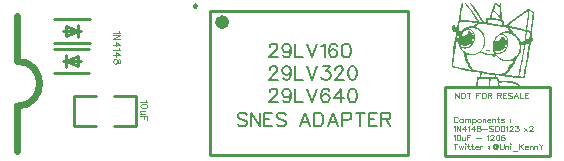
<source format=gto>
G04 Layer: TopSilkscreenLayer*
G04 EasyEDA v6.5.3, 2022-05-09 11:27:13*
G04 baffbd41b27947a08c2bb0c717e604c5,b03e5731a7a74599b12e1065cb71c7ef,10*
G04 Gerber Generator version 0.2*
G04 Scale: 100 percent, Rotated: No, Reflected: No *
G04 Dimensions in millimeters *
G04 leading zeros omitted , absolute positions ,4 integer and 5 decimal *
%FSLAX45Y45*%
%MOMM*%

%ADD10C,0.2540*%
%ADD12C,0.6096*%
%ADD15C,0.2500*%
%ADD16C,0.6000*%
%ADD17C,0.1000*%
%ADD18C,0.2032*%

%LPD*%
G36*
X5359603Y-220573D02*
G01*
X5358638Y-221640D01*
X5358993Y-223977D01*
X5360670Y-227685D01*
X5363718Y-232765D01*
X5374081Y-247700D01*
X5402478Y-286816D01*
X5442153Y-342544D01*
X5455970Y-362864D01*
X5461254Y-371602D01*
X5462066Y-373583D01*
X5462016Y-373989D01*
X5459831Y-374243D01*
X5454751Y-374091D01*
X5438952Y-372668D01*
X5404104Y-368858D01*
X5373624Y-365810D01*
X5341467Y-363270D01*
X5329428Y-363016D01*
X5324805Y-362610D01*
X5321503Y-361594D01*
X5319471Y-359664D01*
X5318455Y-356565D01*
X5318252Y-351993D01*
X5318760Y-345643D01*
X5320334Y-332841D01*
X5324348Y-305968D01*
X5334965Y-241452D01*
X5338165Y-223824D01*
X5337657Y-221894D01*
X5335727Y-221081D01*
X5332018Y-220878D01*
X5327954Y-221234D01*
X5325465Y-223520D01*
X5323586Y-229565D01*
X5319928Y-248818D01*
X5314543Y-280974D01*
X5309819Y-312013D01*
X5306669Y-335940D01*
X5305907Y-343408D01*
X5305552Y-349707D01*
X5304891Y-353669D01*
X5303824Y-357174D01*
X5301843Y-361340D01*
X5299659Y-368350D01*
X5297017Y-379171D01*
X5294172Y-392531D01*
X5290108Y-413410D01*
X5287568Y-424383D01*
X5285486Y-431596D01*
X5284165Y-433933D01*
X5282996Y-432562D01*
X5281218Y-429869D01*
X5276951Y-421792D01*
X5271770Y-413308D01*
X5265877Y-408127D01*
X5259425Y-406298D01*
X5252618Y-407873D01*
X5248046Y-410768D01*
X5244642Y-414426D01*
X5242458Y-418642D01*
X5241442Y-423367D01*
X5241493Y-428447D01*
X5242610Y-433832D01*
X5244795Y-439318D01*
X5247077Y-443331D01*
X5300421Y-443331D01*
X5300573Y-437337D01*
X5301538Y-429209D01*
X5305907Y-404317D01*
X5311444Y-374599D01*
X5334863Y-376986D01*
X5390184Y-381863D01*
X5437378Y-386943D01*
X5461457Y-389280D01*
X5450840Y-394766D01*
X5429351Y-407771D01*
X5423306Y-410362D01*
X5416651Y-411937D01*
X5402275Y-413562D01*
X5396331Y-414426D01*
X5390489Y-415543D01*
X5379364Y-418490D01*
X5373979Y-420370D01*
X5368798Y-422452D01*
X5363718Y-424789D01*
X5354015Y-430174D01*
X5349341Y-433273D01*
X5344871Y-436575D01*
X5340502Y-440131D01*
X5332120Y-448056D01*
X5317642Y-464312D01*
X5305298Y-454101D01*
X5302758Y-451154D01*
X5301132Y-447801D01*
X5300421Y-443331D01*
X5247077Y-443331D01*
X5247944Y-444855D01*
X5252110Y-450291D01*
X5257190Y-455574D01*
X5263134Y-460451D01*
X5275275Y-468325D01*
X5278272Y-471017D01*
X5279339Y-473709D01*
X5279034Y-477113D01*
X5274868Y-499618D01*
X5270347Y-526338D01*
X5265724Y-555955D01*
X5256784Y-618896D01*
X5252770Y-649630D01*
X5249367Y-678230D01*
X5246624Y-703427D01*
X5244846Y-723900D01*
X5244058Y-740206D01*
X5256631Y-740206D01*
X5257088Y-729081D01*
X5258409Y-713333D01*
X5260543Y-693470D01*
X5263388Y-670001D01*
X5266893Y-643432D01*
X5276900Y-574954D01*
X5284876Y-524865D01*
X5292801Y-477164D01*
X5301132Y-479298D01*
X5305145Y-480923D01*
X5306263Y-481634D01*
X5306466Y-483362D01*
X5305907Y-486867D01*
X5304688Y-491642D01*
X5301234Y-502615D01*
X5299913Y-508762D01*
X5298897Y-515518D01*
X5298186Y-522732D01*
X5297779Y-530250D01*
X5297627Y-537921D01*
X5297830Y-545592D01*
X5298732Y-557326D01*
X5315813Y-557326D01*
X5316524Y-557936D01*
X5320792Y-564591D01*
X5323941Y-568147D01*
X5327497Y-571296D01*
X5331409Y-574040D01*
X5335574Y-576275D01*
X5340045Y-578053D01*
X5344718Y-579374D01*
X5349544Y-580237D01*
X5354523Y-580593D01*
X5359552Y-580491D01*
X5364632Y-579882D01*
X5369712Y-578815D01*
X5374690Y-577240D01*
X5379567Y-575157D01*
X5384342Y-572566D01*
X5393385Y-566267D01*
X5397042Y-564286D01*
X5399786Y-563473D01*
X5401564Y-563880D01*
X5403037Y-564845D01*
X5402072Y-563422D01*
X5401665Y-561695D01*
X5402326Y-558901D01*
X5404053Y-555193D01*
X5409895Y-545896D01*
X5412486Y-540867D01*
X5414721Y-535686D01*
X5416550Y-530402D01*
X5417972Y-525119D01*
X5418988Y-519734D01*
X5419648Y-514400D01*
X5419902Y-509117D01*
X5419801Y-503834D01*
X5419293Y-498703D01*
X5418429Y-493674D01*
X5417210Y-488848D01*
X5415584Y-484174D01*
X5413654Y-479755D01*
X5411368Y-475589D01*
X5408676Y-471728D01*
X5405678Y-468172D01*
X5402376Y-465023D01*
X5398668Y-462229D01*
X5394706Y-459841D01*
X5389016Y-457250D01*
X5385562Y-456844D01*
X5383580Y-458825D01*
X5380329Y-469747D01*
X5377180Y-475792D01*
X5373014Y-481279D01*
X5368036Y-486206D01*
X5362448Y-490270D01*
X5356352Y-493369D01*
X5350052Y-495350D01*
X5343702Y-496062D01*
X5336438Y-495604D01*
X5331206Y-494182D01*
X5327954Y-491794D01*
X5326735Y-488391D01*
X5327497Y-483920D01*
X5330240Y-478383D01*
X5334965Y-471728D01*
X5341721Y-463956D01*
X5347970Y-457454D01*
X5353913Y-451967D01*
X5359450Y-447446D01*
X5364480Y-444042D01*
X5368848Y-441756D01*
X5372557Y-440690D01*
X5375351Y-440893D01*
X5378246Y-443331D01*
X5379872Y-444042D01*
X5381904Y-444550D01*
X5389778Y-445312D01*
X5395620Y-446989D01*
X5401513Y-449630D01*
X5407304Y-453186D01*
X5412790Y-457454D01*
X5417820Y-462432D01*
X5422341Y-467918D01*
X5426049Y-473913D01*
X5427929Y-478180D01*
X5429453Y-483260D01*
X5430570Y-489000D01*
X5431332Y-495249D01*
X5431688Y-501853D01*
X5431739Y-508711D01*
X5431383Y-515620D01*
X5430672Y-522427D01*
X5429656Y-528980D01*
X5428234Y-535178D01*
X5426506Y-540867D01*
X5424373Y-545846D01*
X5421376Y-551535D01*
X5418074Y-557022D01*
X5414721Y-562000D01*
X5411368Y-566420D01*
X5408218Y-570026D01*
X5405424Y-572617D01*
X5403138Y-573989D01*
X5401564Y-573989D01*
X5400751Y-573684D01*
X5400192Y-573887D01*
X5399938Y-574497D01*
X5400040Y-575513D01*
X5397652Y-579678D01*
X5391150Y-585012D01*
X5383530Y-589330D01*
X5377840Y-590702D01*
X5376316Y-590499D01*
X5375300Y-590600D01*
X5374792Y-591007D01*
X5374894Y-591667D01*
X5374589Y-592836D01*
X5372303Y-593852D01*
X5368544Y-594614D01*
X5363768Y-595122D01*
X5358384Y-595376D01*
X5352897Y-595274D01*
X5347665Y-594817D01*
X5343245Y-593953D01*
X5336946Y-592124D01*
X5331917Y-590042D01*
X5327853Y-587654D01*
X5324602Y-584606D01*
X5322062Y-580796D01*
X5319979Y-575970D01*
X5318201Y-569976D01*
X5315864Y-558800D01*
X5315813Y-557326D01*
X5298732Y-557326D01*
X5300116Y-567080D01*
X5301488Y-573227D01*
X5303164Y-578662D01*
X5305806Y-585520D01*
X5308701Y-592023D01*
X5313505Y-601116D01*
X5330139Y-601116D01*
X5333492Y-600659D01*
X5347512Y-603758D01*
X5352796Y-604316D01*
X5358079Y-604418D01*
X5363362Y-604062D01*
X5368594Y-603300D01*
X5373827Y-602030D01*
X5378958Y-600405D01*
X5383987Y-598373D01*
X5388914Y-595985D01*
X5393740Y-593242D01*
X5398414Y-590143D01*
X5402986Y-586689D01*
X5407355Y-582980D01*
X5411520Y-578967D01*
X5415534Y-574700D01*
X5419293Y-570128D01*
X5422798Y-565353D01*
X5426100Y-560374D01*
X5429097Y-555193D01*
X5431790Y-549808D01*
X5434228Y-544271D01*
X5436311Y-538581D01*
X5438038Y-532739D01*
X5439460Y-526796D01*
X5440476Y-520750D01*
X5441137Y-514654D01*
X5441340Y-508457D01*
X5441137Y-502259D01*
X5440324Y-494487D01*
X5438952Y-487121D01*
X5436971Y-480161D01*
X5434482Y-473608D01*
X5431434Y-467512D01*
X5427878Y-461873D01*
X5423814Y-456692D01*
X5419242Y-452018D01*
X5414213Y-447852D01*
X5408726Y-444195D01*
X5402783Y-441096D01*
X5389981Y-436372D01*
X5387086Y-434898D01*
X5387289Y-433832D01*
X5390134Y-432765D01*
X5393893Y-431901D01*
X5398414Y-431342D01*
X5409336Y-430936D01*
X5421579Y-431546D01*
X5433872Y-433019D01*
X5444896Y-435203D01*
X5449570Y-436575D01*
X5453430Y-438048D01*
X5458358Y-440486D01*
X5463133Y-443230D01*
X5467705Y-446176D01*
X5472176Y-449376D01*
X5480507Y-456488D01*
X5484368Y-460349D01*
X5488076Y-464464D01*
X5491530Y-468680D01*
X5497931Y-477723D01*
X5503418Y-487375D01*
X5505856Y-492404D01*
X5508040Y-497535D01*
X5511698Y-508101D01*
X5513171Y-513486D01*
X5515305Y-524510D01*
X5516016Y-530098D01*
X5516422Y-535686D01*
X5516575Y-541324D01*
X5516016Y-552602D01*
X5515305Y-558241D01*
X5514340Y-563829D01*
X5513019Y-569417D01*
X5511393Y-575106D01*
X5509514Y-580644D01*
X5507431Y-585978D01*
X5505145Y-591108D01*
X5502656Y-596036D01*
X5497068Y-605332D01*
X5490768Y-613816D01*
X5487365Y-617778D01*
X5480151Y-624992D01*
X5472379Y-631393D01*
X5464098Y-636879D01*
X5459831Y-639318D01*
X5451043Y-643483D01*
X5441899Y-646734D01*
X5432552Y-649071D01*
X5427827Y-649884D01*
X5418277Y-650748D01*
X5413451Y-650849D01*
X5403850Y-650290D01*
X5394299Y-648716D01*
X5384850Y-646125D01*
X5380177Y-644448D01*
X5371033Y-640334D01*
X5366562Y-637844D01*
X5357876Y-632104D01*
X5353710Y-628853D01*
X5349595Y-625297D01*
X5345633Y-621487D01*
X5338013Y-613003D01*
X5331764Y-604926D01*
X5330139Y-601116D01*
X5313505Y-601116D01*
X5315153Y-604012D01*
X5318861Y-609650D01*
X5322874Y-615086D01*
X5327243Y-620471D01*
X5338470Y-632866D01*
X5342280Y-638962D01*
X5344769Y-646633D01*
X5346819Y-657199D01*
X5369204Y-657199D01*
X5369255Y-653694D01*
X5370322Y-652576D01*
X5372506Y-653084D01*
X5378399Y-655167D01*
X5384393Y-656844D01*
X5390438Y-658164D01*
X5396585Y-659079D01*
X5402732Y-659688D01*
X5408879Y-659892D01*
X5415026Y-659790D01*
X5421172Y-659333D01*
X5427319Y-658520D01*
X5433364Y-657352D01*
X5439359Y-655878D01*
X5445302Y-654050D01*
X5451094Y-651916D01*
X5456834Y-649427D01*
X5462371Y-646633D01*
X5467807Y-643483D01*
X5473039Y-640080D01*
X5478119Y-636320D01*
X5482996Y-632256D01*
X5487670Y-627888D01*
X5495442Y-619455D01*
X5502249Y-610463D01*
X5508244Y-601065D01*
X5513273Y-591261D01*
X5517438Y-581202D01*
X5520690Y-570839D01*
X5522010Y-565607D01*
X5523992Y-555040D01*
X5525058Y-544372D01*
X5525312Y-533654D01*
X5525160Y-528320D01*
X5524144Y-517753D01*
X5522315Y-507288D01*
X5519674Y-497078D01*
X5516168Y-487121D01*
X5511901Y-477469D01*
X5506872Y-468274D01*
X5500979Y-459536D01*
X5494375Y-451358D01*
X5490768Y-447446D01*
X5482996Y-440182D01*
X5478830Y-436778D01*
X5469940Y-430580D01*
X5465216Y-427786D01*
X5444185Y-417169D01*
X5457037Y-407416D01*
X5465165Y-401726D01*
X5468874Y-399491D01*
X5472480Y-397713D01*
X5476189Y-396290D01*
X5480151Y-395224D01*
X5484418Y-394563D01*
X5489244Y-394258D01*
X5494629Y-394258D01*
X5507837Y-395224D01*
X5525211Y-397357D01*
X5563666Y-402793D01*
X5626715Y-412445D01*
X5720689Y-412445D01*
X5720842Y-410667D01*
X5747969Y-389839D01*
X5860389Y-305257D01*
X5886246Y-286207D01*
X5886348Y-288442D01*
X5884875Y-300024D01*
X5875578Y-399338D01*
X5872683Y-426059D01*
X5870600Y-441198D01*
X5870012Y-443382D01*
X5881420Y-443382D01*
X5886399Y-394817D01*
X5892850Y-325983D01*
X5895136Y-299516D01*
X5896051Y-286562D01*
X5897118Y-286258D01*
X5900013Y-287020D01*
X5909360Y-290830D01*
X5920079Y-296214D01*
X5924753Y-298958D01*
X5928360Y-301396D01*
X5927902Y-310591D01*
X5925667Y-333705D01*
X5922264Y-365150D01*
X5913221Y-441858D01*
X5911951Y-449732D01*
X5909310Y-453390D01*
X5903468Y-453491D01*
X5892596Y-450951D01*
X5886805Y-449224D01*
X5883351Y-447598D01*
X5881674Y-445770D01*
X5881420Y-443382D01*
X5870012Y-443382D01*
X5869940Y-443585D01*
X5866180Y-443331D01*
X5843219Y-439064D01*
X5780532Y-426008D01*
X5734608Y-416814D01*
X5724855Y-414375D01*
X5720689Y-412445D01*
X5626715Y-412445D01*
X5678271Y-421030D01*
X5696661Y-424434D01*
X5703925Y-426059D01*
X5709564Y-428447D01*
X5713567Y-431495D01*
X5734659Y-431495D01*
X5774893Y-439369D01*
X5864047Y-458520D01*
X5865926Y-459435D01*
X5867095Y-461111D01*
X5867654Y-464159D01*
X5867603Y-468985D01*
X5865876Y-486105D01*
X5861151Y-524205D01*
X5860338Y-529437D01*
X5859342Y-533806D01*
X5869736Y-533806D01*
X5871819Y-521055D01*
X5874004Y-503834D01*
X5877407Y-474167D01*
X5878525Y-468579D01*
X5879947Y-465175D01*
X5882030Y-463600D01*
X5885027Y-463448D01*
X5906820Y-469138D01*
X5907836Y-470611D01*
X5908090Y-474319D01*
X5907582Y-480466D01*
X5906363Y-489407D01*
X5904941Y-496722D01*
X5903010Y-503174D01*
X5900521Y-508863D01*
X5897372Y-513943D01*
X5893460Y-518515D01*
X5888736Y-522681D01*
X5883097Y-526592D01*
X5869736Y-533806D01*
X5859342Y-533806D01*
X5858408Y-536702D01*
X5857189Y-539089D01*
X5855716Y-540867D01*
X5853887Y-542290D01*
X5848756Y-544779D01*
X5836158Y-550113D01*
X5830976Y-551688D01*
X5828690Y-550976D01*
X5828131Y-548284D01*
X5827826Y-544982D01*
X5826810Y-541223D01*
X5825236Y-537006D01*
X5823102Y-532434D01*
X5820511Y-527558D01*
X5814060Y-517296D01*
X5806389Y-506831D01*
X5797956Y-496824D01*
X5789218Y-487832D01*
X5784850Y-483920D01*
X5780633Y-480517D01*
X5771083Y-474065D01*
X5766308Y-470357D01*
X5762701Y-467055D01*
X5760770Y-464566D01*
X5758942Y-461619D01*
X5751423Y-451561D01*
X5734659Y-431495D01*
X5713567Y-431495D01*
X5715101Y-432663D01*
X5721400Y-439775D01*
X5736234Y-459892D01*
X5708294Y-459079D01*
X5696966Y-459790D01*
X5691378Y-460552D01*
X5680608Y-462788D01*
X5670194Y-466039D01*
X5665165Y-467969D01*
X5655411Y-472541D01*
X5650738Y-475081D01*
X5641797Y-480872D01*
X5633364Y-487375D01*
X5625592Y-494588D01*
X5618429Y-502412D01*
X5611926Y-510793D01*
X5606135Y-519734D01*
X5601106Y-529082D01*
X5596890Y-538886D01*
X5595061Y-543915D01*
X5592064Y-554228D01*
X5589981Y-564845D01*
X5588863Y-575614D01*
X5588609Y-581101D01*
X5588965Y-592124D01*
X5589473Y-597662D01*
X5590286Y-603250D01*
X5592337Y-612952D01*
X5603290Y-612952D01*
X5614009Y-618947D01*
X5618327Y-621080D01*
X5622645Y-622757D01*
X5626912Y-624027D01*
X5631230Y-624840D01*
X5635498Y-625246D01*
X5639714Y-625246D01*
X5643880Y-624890D01*
X5647994Y-624179D01*
X5652058Y-623112D01*
X5656021Y-621690D01*
X5659882Y-620014D01*
X5663641Y-617982D01*
X5667298Y-615696D01*
X5670854Y-613156D01*
X5677509Y-607364D01*
X5683504Y-600710D01*
X5686298Y-597103D01*
X5691225Y-589432D01*
X5695289Y-581253D01*
X5697016Y-577037D01*
X5699658Y-568350D01*
X5700623Y-563930D01*
X5701284Y-559511D01*
X5701690Y-555040D01*
X5701538Y-546201D01*
X5700979Y-541782D01*
X5700115Y-537464D01*
X5698947Y-533196D01*
X5697372Y-529031D01*
X5695442Y-525018D01*
X5693156Y-521055D01*
X5690514Y-517296D01*
X5687466Y-513638D01*
X5683961Y-510184D01*
X5675884Y-503682D01*
X5669838Y-500989D01*
X5665724Y-502158D01*
X5663488Y-507136D01*
X5661863Y-512419D01*
X5659272Y-517550D01*
X5655868Y-522376D01*
X5651804Y-526846D01*
X5647232Y-530860D01*
X5642254Y-534314D01*
X5637072Y-537108D01*
X5631840Y-539191D01*
X5626658Y-540461D01*
X5621680Y-540766D01*
X5617108Y-540105D01*
X5612993Y-538276D01*
X5611876Y-536702D01*
X5611876Y-534314D01*
X5612892Y-531164D01*
X5614771Y-527456D01*
X5617464Y-523341D01*
X5620715Y-518871D01*
X5628741Y-509625D01*
X5637733Y-500786D01*
X5642254Y-496874D01*
X5646724Y-493471D01*
X5650890Y-490677D01*
X5654700Y-488696D01*
X5657951Y-487629D01*
X5660593Y-487629D01*
X5677408Y-491083D01*
X5679948Y-492048D01*
X5681421Y-493014D01*
X5681624Y-493928D01*
X5681370Y-494639D01*
X5681624Y-495046D01*
X5682335Y-495096D01*
X5683453Y-494792D01*
X5685332Y-494944D01*
X5688025Y-496214D01*
X5691174Y-498348D01*
X5694527Y-501243D01*
X5698134Y-505104D01*
X5701334Y-509219D01*
X5704179Y-513638D01*
X5706618Y-518261D01*
X5708700Y-523087D01*
X5710428Y-528116D01*
X5711748Y-533298D01*
X5712714Y-538632D01*
X5713323Y-544017D01*
X5713577Y-549554D01*
X5713476Y-555091D01*
X5713069Y-560679D01*
X5712307Y-566318D01*
X5709818Y-577392D01*
X5708091Y-582879D01*
X5706059Y-588264D01*
X5703671Y-593496D01*
X5701030Y-598576D01*
X5698134Y-603504D01*
X5694883Y-608228D01*
X5691378Y-612749D01*
X5687618Y-617016D01*
X5683554Y-620979D01*
X5679236Y-624687D01*
X5674664Y-628040D01*
X5669838Y-631037D01*
X5664758Y-633679D01*
X5659475Y-635812D01*
X5653836Y-637590D01*
X5648096Y-638860D01*
X5642406Y-639724D01*
X5636869Y-640080D01*
X5631738Y-639978D01*
X5627116Y-639318D01*
X5623204Y-638149D01*
X5617718Y-636168D01*
X5614466Y-635558D01*
X5612180Y-634288D01*
X5609336Y-630377D01*
X5606643Y-624992D01*
X5604713Y-619201D01*
X5603290Y-612952D01*
X5592337Y-612952D01*
X5594299Y-619912D01*
X5601004Y-638657D01*
X5602122Y-642620D01*
X5602274Y-645210D01*
X5601512Y-646785D01*
X5599684Y-647750D01*
X5592876Y-648868D01*
X5587441Y-649528D01*
X5581700Y-649935D01*
X5575706Y-650087D01*
X5563209Y-649630D01*
X5550306Y-648208D01*
X5537250Y-645871D01*
X5524500Y-642620D01*
X5509310Y-637794D01*
X5501741Y-635609D01*
X5496407Y-634390D01*
X5494070Y-634288D01*
X5493258Y-635863D01*
X5493664Y-637590D01*
X5495137Y-639470D01*
X5497576Y-641451D01*
X5500878Y-643483D01*
X5504942Y-645566D01*
X5509666Y-647649D01*
X5522087Y-652018D01*
X5619699Y-652018D01*
X5620054Y-649935D01*
X5621883Y-648766D01*
X5625236Y-648411D01*
X5635498Y-649274D01*
X5641289Y-649020D01*
X5647385Y-648106D01*
X5653633Y-646582D01*
X5659983Y-644499D01*
X5666333Y-641858D01*
X5672531Y-638708D01*
X5678576Y-635152D01*
X5684367Y-631190D01*
X5689752Y-626821D01*
X5694680Y-622198D01*
X5699099Y-617220D01*
X5703011Y-612089D01*
X5706516Y-606704D01*
X5709666Y-601218D01*
X5712510Y-595528D01*
X5714949Y-589788D01*
X5718759Y-578002D01*
X5720130Y-572008D01*
X5721146Y-566064D01*
X5721858Y-560070D01*
X5722213Y-554177D01*
X5722213Y-548284D01*
X5721908Y-542493D01*
X5721248Y-536854D01*
X5720283Y-531317D01*
X5719013Y-525932D01*
X5717438Y-520750D01*
X5715508Y-515772D01*
X5713272Y-511048D01*
X5710732Y-506526D01*
X5707938Y-502361D01*
X5704789Y-498500D01*
X5701385Y-494944D01*
X5697626Y-491743D01*
X5693613Y-488950D01*
X5689346Y-486562D01*
X5684774Y-484632D01*
X5676341Y-482041D01*
X5674258Y-480872D01*
X5673598Y-479755D01*
X5674156Y-478688D01*
X5675884Y-477621D01*
X5678627Y-476656D01*
X5682183Y-475742D01*
X5691327Y-474319D01*
X5702249Y-473506D01*
X5713882Y-473506D01*
X5719622Y-473862D01*
X5725109Y-474472D01*
X5730240Y-475335D01*
X5737860Y-477164D01*
X5745073Y-479501D01*
X5751982Y-482346D01*
X5758637Y-485749D01*
X5765088Y-489661D01*
X5771388Y-494182D01*
X5777636Y-499364D01*
X5783834Y-505206D01*
X5787948Y-509524D01*
X5791809Y-513994D01*
X5795416Y-518566D01*
X5798769Y-523240D01*
X5804662Y-532942D01*
X5809488Y-542950D01*
X5813247Y-553262D01*
X5816041Y-563727D01*
X5817768Y-574344D01*
X5818276Y-579678D01*
X5818530Y-590397D01*
X5817819Y-601014D01*
X5816092Y-611530D01*
X5813450Y-621792D01*
X5809843Y-631850D01*
X5805271Y-641553D01*
X5799785Y-650849D01*
X5796737Y-655320D01*
X5789879Y-663854D01*
X5782157Y-671779D01*
X5773521Y-679043D01*
X5764022Y-685596D01*
X5753658Y-691337D01*
X5743041Y-696315D01*
X5738825Y-697890D01*
X5734659Y-698906D01*
X5730087Y-699566D01*
X5724550Y-699922D01*
X5708802Y-700074D01*
X5700725Y-699922D01*
X5693156Y-699414D01*
X5686094Y-698500D01*
X5679389Y-697230D01*
X5673039Y-695502D01*
X5666994Y-693318D01*
X5661152Y-690676D01*
X5655462Y-687527D01*
X5649874Y-683869D01*
X5644337Y-679653D01*
X5638800Y-674878D01*
X5633161Y-669493D01*
X5627522Y-663651D01*
X5623458Y-658825D01*
X5620816Y-654964D01*
X5619699Y-652018D01*
X5522087Y-652018D01*
X5532780Y-655015D01*
X5545378Y-657606D01*
X5551525Y-658520D01*
X5557469Y-659079D01*
X5571134Y-659485D01*
X5574876Y-660146D01*
X5587949Y-660146D01*
X5589574Y-658266D01*
X5596483Y-656285D01*
X5602376Y-655218D01*
X5606440Y-655167D01*
X5607964Y-656183D01*
X5606694Y-659130D01*
X5603544Y-662432D01*
X5599633Y-665175D01*
X5596178Y-666242D01*
X5592165Y-665226D01*
X5589117Y-662838D01*
X5587949Y-660146D01*
X5574876Y-660146D01*
X5576316Y-660400D01*
X5580176Y-662584D01*
X5584139Y-666546D01*
X5590489Y-671830D01*
X5597042Y-673862D01*
X5603392Y-672642D01*
X5609082Y-668172D01*
X5614009Y-662482D01*
X5631027Y-679399D01*
X5638596Y-685698D01*
X5642610Y-688644D01*
X5651398Y-694182D01*
X5661202Y-699414D01*
X5681370Y-709422D01*
X5717336Y-709371D01*
X5729528Y-708914D01*
X5734405Y-708507D01*
X5742482Y-707186D01*
X5757621Y-702411D01*
X5760466Y-701954D01*
X5761888Y-702157D01*
X5762396Y-704291D01*
X5761634Y-707999D01*
X5759805Y-712724D01*
X5757214Y-717905D01*
X5754166Y-723138D01*
X5750915Y-727811D01*
X5747715Y-731469D01*
X5744870Y-733602D01*
X5739739Y-736346D01*
X5735269Y-739444D01*
X5731459Y-742950D01*
X5728309Y-746810D01*
X5725871Y-751078D01*
X5724042Y-755802D01*
X5722874Y-760933D01*
X5722366Y-766521D01*
X5721756Y-769569D01*
X5720334Y-773074D01*
X5718098Y-776986D01*
X5715152Y-781151D01*
X5711545Y-785520D01*
X5707430Y-790041D01*
X5702858Y-794613D01*
X5697880Y-799084D01*
X5692597Y-803452D01*
X5687060Y-807618D01*
X5681370Y-811479D01*
X5675680Y-814984D01*
X5662828Y-822299D01*
X5568645Y-809498D01*
X5521706Y-802894D01*
X5486501Y-797661D01*
X5461304Y-793394D01*
X5444439Y-789889D01*
X5438546Y-788314D01*
X5434126Y-786790D01*
X5430977Y-785317D01*
X5428792Y-783844D01*
X5423763Y-778205D01*
X5415534Y-767689D01*
X5407609Y-756259D01*
X5400192Y-744220D01*
X5393334Y-731774D01*
X5387136Y-719023D01*
X5381701Y-706221D01*
X5377129Y-693521D01*
X5375148Y-687324D01*
X5372049Y-675182D01*
X5369966Y-663752D01*
X5369204Y-657199D01*
X5346819Y-657199D01*
X5348122Y-664108D01*
X5350662Y-675436D01*
X5353812Y-686663D01*
X5357520Y-697839D01*
X5361736Y-708863D01*
X5366461Y-719734D01*
X5371744Y-730402D01*
X5377535Y-740867D01*
X5383784Y-751128D01*
X5390489Y-761085D01*
X5398719Y-772261D01*
X5401868Y-776935D01*
X5403392Y-780135D01*
X5403189Y-781964D01*
X5401056Y-782675D01*
X5396839Y-782421D01*
X5390388Y-781304D01*
X5320487Y-767334D01*
X5286959Y-759968D01*
X5265420Y-754684D01*
X5260340Y-753160D01*
X5257749Y-751128D01*
X5256784Y-747217D01*
X5256631Y-740206D01*
X5244058Y-740206D01*
X5243728Y-762812D01*
X5268112Y-769162D01*
X5286095Y-773277D01*
X5337708Y-783996D01*
X5382006Y-792530D01*
X5435092Y-802030D01*
X5462879Y-806551D01*
X5481167Y-809955D01*
X5481370Y-811580D01*
X5480964Y-821334D01*
X5478729Y-845819D01*
X5491530Y-845819D01*
X5495391Y-817473D01*
X5496661Y-814222D01*
X5499049Y-813308D01*
X5577738Y-824382D01*
X5690260Y-824382D01*
X5707837Y-812647D01*
X5714796Y-807720D01*
X5720842Y-802894D01*
X5725261Y-798728D01*
X5727395Y-795782D01*
X5728970Y-792835D01*
X5731713Y-788771D01*
X5735320Y-783996D01*
X5744057Y-773430D01*
X5749493Y-766368D01*
X5768340Y-739140D01*
X5774232Y-731570D01*
X5776214Y-728675D01*
X5778855Y-723341D01*
X5781954Y-716381D01*
X5788101Y-700633D01*
X5790641Y-693369D01*
X5792368Y-687527D01*
X5793028Y-683869D01*
X5793790Y-681786D01*
X5795822Y-678332D01*
X5798820Y-674065D01*
X5805982Y-665073D01*
X5809284Y-660552D01*
X5815279Y-651002D01*
X5820460Y-640842D01*
X5824829Y-630275D01*
X5826658Y-624840D01*
X5829655Y-613816D01*
X5831687Y-602640D01*
X5832703Y-591464D01*
X5832856Y-570941D01*
X5850991Y-568706D01*
X5852109Y-568960D01*
X5853074Y-569925D01*
X5853684Y-571398D01*
X5853938Y-573278D01*
X5852871Y-583387D01*
X5837326Y-680770D01*
X5828487Y-726948D01*
X5821680Y-760780D01*
X5813602Y-798118D01*
X5807760Y-823315D01*
X5803688Y-838149D01*
X5815025Y-838149D01*
X5815330Y-835761D01*
X5818581Y-820521D01*
X5825591Y-791006D01*
X5832398Y-760374D01*
X5837529Y-735279D01*
X5842508Y-708812D01*
X5847588Y-680262D01*
X5860999Y-598424D01*
X5863640Y-583793D01*
X5865825Y-574446D01*
X5866841Y-571347D01*
X5867908Y-569112D01*
X5869025Y-567588D01*
X5870244Y-566572D01*
X5871667Y-565912D01*
X5885434Y-562660D01*
X5891276Y-561695D01*
X5894882Y-561746D01*
X5896102Y-562813D01*
X5888990Y-608736D01*
X5879439Y-668121D01*
X5867958Y-736447D01*
X5858052Y-791057D01*
X5853988Y-811936D01*
X5850636Y-827786D01*
X5848045Y-838149D01*
X5847080Y-841044D01*
X5846368Y-842365D01*
X5841288Y-842111D01*
X5820156Y-839317D01*
X5815025Y-838149D01*
X5803646Y-838250D01*
X5795822Y-837641D01*
X5709869Y-827328D01*
X5697728Y-825652D01*
X5690260Y-824382D01*
X5577738Y-824382D01*
X5605627Y-828294D01*
X5605627Y-845819D01*
X5469636Y-845819D01*
X5464962Y-846023D01*
X5462016Y-846836D01*
X5460238Y-848410D01*
X5459222Y-851052D01*
X5456021Y-870305D01*
X5451195Y-901700D01*
X5448706Y-919530D01*
X5449214Y-919886D01*
X5452821Y-920343D01*
X5462117Y-920445D01*
X5467756Y-882142D01*
X5470347Y-866038D01*
X5471058Y-862736D01*
X5471820Y-861974D01*
X5473649Y-861314D01*
X5481218Y-860450D01*
X5494782Y-859942D01*
X5558790Y-859790D01*
X5558891Y-906678D01*
X5559450Y-915822D01*
X5560771Y-919632D01*
X5563158Y-920445D01*
X5565597Y-919581D01*
X5567121Y-915568D01*
X5568188Y-906424D01*
X5570931Y-859637D01*
X5623204Y-860958D01*
X5630621Y-896619D01*
X5634177Y-912215D01*
X5635548Y-916432D01*
X5636920Y-918870D01*
X5638444Y-920089D01*
X5640374Y-920394D01*
X5649468Y-920445D01*
X5646318Y-904087D01*
X5645658Y-897229D01*
X5645912Y-895908D01*
X5648198Y-895299D01*
X5661507Y-893419D01*
X5676595Y-891895D01*
X5688888Y-891540D01*
X5701944Y-891895D01*
X5715508Y-892911D01*
X5729173Y-894486D01*
X5742635Y-896619D01*
X5755538Y-899160D01*
X5767578Y-902055D01*
X5778296Y-905306D01*
X5783122Y-906983D01*
X5791352Y-910590D01*
X5794705Y-912418D01*
X5797499Y-914298D01*
X5799683Y-916178D01*
X5801207Y-918057D01*
X5802782Y-918971D01*
X5806084Y-919734D01*
X5810554Y-920242D01*
X5815787Y-920445D01*
X5823254Y-920343D01*
X5826658Y-919835D01*
X5826810Y-918413D01*
X5824524Y-915619D01*
X5821375Y-912469D01*
X5817819Y-909370D01*
X5813907Y-906322D01*
X5804865Y-900531D01*
X5799886Y-897788D01*
X5788964Y-892708D01*
X5783072Y-890320D01*
X5770676Y-886053D01*
X5757468Y-882446D01*
X5743702Y-879551D01*
X5732475Y-877925D01*
X5721807Y-877163D01*
X5708954Y-876757D01*
X5680964Y-876808D01*
X5667908Y-877316D01*
X5656834Y-878027D01*
X5648807Y-879043D01*
X5643422Y-880110D01*
X5641543Y-878840D01*
X5640070Y-874928D01*
X5635853Y-855065D01*
X5633720Y-848614D01*
X5630976Y-846175D01*
X5622798Y-845566D01*
X5620766Y-844499D01*
X5619851Y-842010D01*
X5619699Y-837437D01*
X5619800Y-832662D01*
X5620766Y-830326D01*
X5623407Y-829818D01*
X5656529Y-834136D01*
X5732068Y-843229D01*
X5789879Y-849934D01*
X5836716Y-855065D01*
X5856122Y-857503D01*
X5860338Y-842822D01*
X5863488Y-829868D01*
X5867298Y-812292D01*
X5871616Y-790854D01*
X5881268Y-738987D01*
X5886348Y-709930D01*
X5893968Y-664413D01*
X5907633Y-576275D01*
X5910275Y-562406D01*
X5912510Y-553974D01*
X5913577Y-551586D01*
X5914593Y-550265D01*
X5922111Y-543915D01*
X5927293Y-538175D01*
X5930239Y-532790D01*
X5931204Y-527558D01*
X5930036Y-521766D01*
X5927039Y-516077D01*
X5923127Y-511759D01*
X5918250Y-509625D01*
X5917742Y-508508D01*
X5917641Y-506882D01*
X5919012Y-498551D01*
X5925007Y-453440D01*
X5932830Y-389737D01*
X5938977Y-336397D01*
X5940653Y-318109D01*
X5941263Y-307136D01*
X5941212Y-299415D01*
X5940602Y-295503D01*
X5937859Y-292912D01*
X5932068Y-288798D01*
X5924042Y-283718D01*
X5914644Y-278282D01*
X5900826Y-270662D01*
X5893206Y-267208D01*
X5889091Y-267055D01*
X5864352Y-286004D01*
X5805220Y-330352D01*
X5746496Y-373837D01*
X5705246Y-404012D01*
X5698134Y-408940D01*
X5696153Y-409346D01*
X5690006Y-409295D01*
X5678728Y-407314D01*
X5682030Y-396494D01*
X5684875Y-385114D01*
X5685028Y-377342D01*
X5682183Y-371856D01*
X5676087Y-367334D01*
X5672328Y-364998D01*
X5669483Y-362559D01*
X5667349Y-359460D01*
X5665876Y-355193D01*
X5664962Y-349300D01*
X5664454Y-341223D01*
X5664149Y-306933D01*
X5663590Y-278841D01*
X5662879Y-257352D01*
X5661101Y-220878D01*
X5654446Y-220878D01*
X5650788Y-221132D01*
X5648756Y-222300D01*
X5647944Y-225196D01*
X5647791Y-240131D01*
X5637174Y-230378D01*
X5631129Y-225145D01*
X5626506Y-222300D01*
X5621883Y-221234D01*
X5615686Y-221335D01*
X5604814Y-222046D01*
X5584962Y-279501D01*
X5599988Y-279501D01*
X5606288Y-259689D01*
X5611012Y-245871D01*
X5617768Y-227634D01*
X5646623Y-254304D01*
X5647944Y-256082D01*
X5648858Y-258368D01*
X5649417Y-261518D01*
X5649772Y-265988D01*
X5649823Y-280517D01*
X5648960Y-325272D01*
X5599988Y-279501D01*
X5584962Y-279501D01*
X5564174Y-339191D01*
X5561584Y-343763D01*
X5560156Y-344576D01*
X5577535Y-344576D01*
X5580024Y-335940D01*
X5585663Y-319024D01*
X5593892Y-295960D01*
X5595213Y-293014D01*
X5596839Y-292811D01*
X5600192Y-294741D01*
X5605018Y-298551D01*
X5637580Y-329082D01*
X5642000Y-333603D01*
X5645708Y-338328D01*
X5648706Y-343052D01*
X5650788Y-347370D01*
X5651855Y-351028D01*
X5651855Y-353771D01*
X5650534Y-355193D01*
X5647893Y-355092D01*
X5637987Y-352552D01*
X5626404Y-350418D01*
X5613450Y-348742D01*
X5583936Y-346100D01*
X5579262Y-345287D01*
X5577535Y-344576D01*
X5560156Y-344576D01*
X5558282Y-345643D01*
X5541213Y-347319D01*
X5537708Y-348183D01*
X5535371Y-349707D01*
X5533948Y-352044D01*
X5533288Y-355498D01*
X5533034Y-360273D01*
X5533034Y-378307D01*
X5547004Y-378307D01*
X5547258Y-368350D01*
X5547868Y-364185D01*
X5548782Y-361289D01*
X5550001Y-359918D01*
X5552033Y-359511D01*
X5560568Y-359206D01*
X5573420Y-359613D01*
X5588762Y-360578D01*
X5604662Y-361899D01*
X5619242Y-363575D01*
X5635498Y-366420D01*
X5644692Y-368655D01*
X5652820Y-371144D01*
X5659729Y-373837D01*
X5665216Y-376580D01*
X5669229Y-379425D01*
X5671464Y-382219D01*
X5671870Y-384911D01*
X5669076Y-396290D01*
X5666486Y-402336D01*
X5662980Y-404418D01*
X5657494Y-403910D01*
X5618378Y-397560D01*
X5561076Y-388874D01*
X5554573Y-387553D01*
X5550458Y-386080D01*
X5548172Y-384251D01*
X5547207Y-381762D01*
X5547004Y-378307D01*
X5533034Y-378307D01*
X5533034Y-384149D01*
X5526582Y-384098D01*
X5522772Y-383336D01*
X5519013Y-380441D01*
X5514238Y-374243D01*
X5501284Y-354380D01*
X5472125Y-311353D01*
X5437428Y-261315D01*
X5414162Y-228752D01*
X5409996Y-223926D01*
X5407202Y-222046D01*
X5404104Y-221234D01*
X5400344Y-221284D01*
X5393080Y-222046D01*
X5434990Y-280924D01*
X5454446Y-308762D01*
X5471820Y-334111D01*
X5485942Y-355193D01*
X5495645Y-370332D01*
X5498490Y-375107D01*
X5499811Y-377799D01*
X5499862Y-378256D01*
X5498541Y-378612D01*
X5492191Y-378460D01*
X5484418Y-377494D01*
X5481523Y-376732D01*
X5479034Y-375564D01*
X5476595Y-373634D01*
X5473903Y-370687D01*
X5470652Y-366471D01*
X5454294Y-342392D01*
X5436158Y-316534D01*
X5410301Y-280568D01*
X5390540Y-253746D01*
X5369458Y-226110D01*
X5366156Y-222300D01*
X5365394Y-221691D01*
X5361889Y-220624D01*
G37*
G36*
X5536387Y-613054D02*
G01*
X5532069Y-614578D01*
X5532678Y-617982D01*
X5537657Y-621385D01*
X5545836Y-624230D01*
X5556046Y-625957D01*
X5566410Y-626160D01*
X5571439Y-624687D01*
X5570880Y-621842D01*
X5564225Y-618083D01*
X5554726Y-615035D01*
X5544667Y-613308D01*
G37*
D17*
X5622036Y-1428242D02*
G01*
X5619750Y-1423670D01*
X5615177Y-1421384D01*
X5608574Y-1421384D01*
X5604002Y-1423670D01*
X5601715Y-1425955D01*
X5599429Y-1432813D01*
X5599429Y-1439671D01*
X5601715Y-1444244D01*
X5606288Y-1446529D01*
X5612891Y-1446529D01*
X5617463Y-1444244D01*
X5619750Y-1439671D01*
X5608574Y-1421384D02*
G01*
X5604002Y-1425955D01*
X5601715Y-1432813D01*
X5601715Y-1439671D01*
X5604002Y-1444244D01*
X5606288Y-1446529D01*
X5622036Y-1421384D02*
G01*
X5619750Y-1439671D01*
X5619750Y-1444244D01*
X5624322Y-1446529D01*
X5628893Y-1446529D01*
X5633465Y-1441957D01*
X5635752Y-1435100D01*
X5635752Y-1430528D01*
X5633465Y-1423670D01*
X5631179Y-1419097D01*
X5626608Y-1414526D01*
X5622036Y-1412239D01*
X5615177Y-1409954D01*
X5608574Y-1409954D01*
X5601715Y-1412239D01*
X5597143Y-1414526D01*
X5592572Y-1419097D01*
X5590286Y-1423670D01*
X5588000Y-1430528D01*
X5588000Y-1437386D01*
X5590286Y-1444244D01*
X5592572Y-1448562D01*
X5597143Y-1453134D01*
X5601715Y-1455420D01*
X5608574Y-1457705D01*
X5615177Y-1457705D01*
X5622036Y-1455420D01*
X5626608Y-1453134D01*
X5628893Y-1450847D01*
X5624322Y-1421384D02*
G01*
X5622036Y-1439671D01*
X5622036Y-1444244D01*
X5624322Y-1446529D01*
X5650738Y-1409954D02*
G01*
X5650738Y-1444244D01*
X5653024Y-1450847D01*
X5657595Y-1455420D01*
X5664454Y-1457705D01*
X5669025Y-1457705D01*
X5675629Y-1455420D01*
X5680202Y-1450847D01*
X5682488Y-1444244D01*
X5682488Y-1409954D01*
X5697474Y-1425955D02*
G01*
X5697474Y-1457705D01*
X5697474Y-1435100D02*
G01*
X5704331Y-1428242D01*
X5708904Y-1425955D01*
X5715761Y-1425955D01*
X5720334Y-1428242D01*
X5722620Y-1435100D01*
X5722620Y-1457705D01*
X5737606Y-1409954D02*
G01*
X5739891Y-1412239D01*
X5742177Y-1409954D01*
X5739891Y-1407668D01*
X5737606Y-1409954D01*
X5739891Y-1425955D02*
G01*
X5739891Y-1457705D01*
X5757163Y-1473707D02*
G01*
X5798058Y-1473707D01*
X5813043Y-1409954D02*
G01*
X5813043Y-1457705D01*
X5844793Y-1409954D02*
G01*
X5813043Y-1441957D01*
X5824474Y-1430528D02*
G01*
X5844793Y-1457705D01*
X5859779Y-1439671D02*
G01*
X5887211Y-1439671D01*
X5887211Y-1435100D01*
X5884925Y-1430528D01*
X5882640Y-1428242D01*
X5878068Y-1425955D01*
X5871209Y-1425955D01*
X5866638Y-1428242D01*
X5862065Y-1432813D01*
X5859779Y-1439671D01*
X5859779Y-1444244D01*
X5862065Y-1450847D01*
X5866638Y-1455420D01*
X5871209Y-1457705D01*
X5878068Y-1457705D01*
X5882640Y-1455420D01*
X5887211Y-1450847D01*
X5902197Y-1425955D02*
G01*
X5902197Y-1457705D01*
X5902197Y-1435100D02*
G01*
X5908802Y-1428242D01*
X5913374Y-1425955D01*
X5920231Y-1425955D01*
X5924804Y-1428242D01*
X5927090Y-1435100D01*
X5927090Y-1457705D01*
X5942075Y-1425955D02*
G01*
X5942075Y-1457705D01*
X5942075Y-1435100D02*
G01*
X5948934Y-1428242D01*
X5953506Y-1425955D01*
X5960363Y-1425955D01*
X5964936Y-1428242D01*
X5966968Y-1435100D01*
X5966968Y-1457705D01*
X5982208Y-1409954D02*
G01*
X6000241Y-1432813D01*
X6000241Y-1457705D01*
X6018529Y-1409954D02*
G01*
X6000241Y-1432813D01*
D18*
X3701034Y-592073D02*
G01*
X3701034Y-586486D01*
X3706622Y-575563D01*
X3711956Y-570229D01*
X3722877Y-564642D01*
X3744722Y-564642D01*
X3755643Y-570229D01*
X3761231Y-575563D01*
X3766565Y-586486D01*
X3766565Y-597407D01*
X3761231Y-608329D01*
X3750309Y-624586D01*
X3695700Y-679195D01*
X3772154Y-679195D01*
X3879088Y-602995D02*
G01*
X3873500Y-619252D01*
X3862577Y-630173D01*
X3846322Y-635507D01*
X3840734Y-635507D01*
X3824477Y-630173D01*
X3813556Y-619252D01*
X3807968Y-602995D01*
X3807968Y-597407D01*
X3813556Y-581152D01*
X3824477Y-570229D01*
X3840734Y-564642D01*
X3846322Y-564642D01*
X3862577Y-570229D01*
X3873500Y-581152D01*
X3879088Y-602995D01*
X3879088Y-630173D01*
X3873500Y-657352D01*
X3862577Y-673862D01*
X3846322Y-679195D01*
X3835400Y-679195D01*
X3818890Y-673862D01*
X3813556Y-662939D01*
X3914902Y-564642D02*
G01*
X3914902Y-679195D01*
X3914902Y-679195D02*
G01*
X3980434Y-679195D01*
X4016502Y-564642D02*
G01*
X4060190Y-679195D01*
X4103624Y-564642D02*
G01*
X4060190Y-679195D01*
X4139691Y-586486D02*
G01*
X4150613Y-581152D01*
X4166870Y-564642D01*
X4166870Y-679195D01*
X4268470Y-581152D02*
G01*
X4262881Y-570229D01*
X4246625Y-564642D01*
X4235704Y-564642D01*
X4219447Y-570229D01*
X4208525Y-586486D01*
X4202938Y-613918D01*
X4202938Y-641095D01*
X4208525Y-662939D01*
X4219447Y-673862D01*
X4235704Y-679195D01*
X4241038Y-679195D01*
X4257547Y-673862D01*
X4268470Y-662939D01*
X4273804Y-646429D01*
X4273804Y-641095D01*
X4268470Y-624586D01*
X4257547Y-613918D01*
X4241038Y-608329D01*
X4235704Y-608329D01*
X4219447Y-613918D01*
X4208525Y-624586D01*
X4202938Y-641095D01*
X4342638Y-564642D02*
G01*
X4326127Y-570229D01*
X4315459Y-586486D01*
X4309872Y-613918D01*
X4309872Y-630173D01*
X4315459Y-657352D01*
X4326127Y-673862D01*
X4342638Y-679195D01*
X4353559Y-679195D01*
X4369815Y-673862D01*
X4380738Y-657352D01*
X4386325Y-630173D01*
X4386325Y-613918D01*
X4380738Y-586486D01*
X4369815Y-570229D01*
X4353559Y-564642D01*
X4342638Y-564642D01*
X3701034Y-782573D02*
G01*
X3701034Y-776986D01*
X3706622Y-766063D01*
X3711956Y-760729D01*
X3722877Y-755142D01*
X3744722Y-755142D01*
X3755643Y-760729D01*
X3761231Y-766063D01*
X3766565Y-776986D01*
X3766565Y-787907D01*
X3761231Y-798829D01*
X3750309Y-815086D01*
X3695700Y-869695D01*
X3772154Y-869695D01*
X3879088Y-793495D02*
G01*
X3873500Y-809752D01*
X3862577Y-820673D01*
X3846322Y-826007D01*
X3840734Y-826007D01*
X3824477Y-820673D01*
X3813556Y-809752D01*
X3807968Y-793495D01*
X3807968Y-787907D01*
X3813556Y-771652D01*
X3824477Y-760729D01*
X3840734Y-755142D01*
X3846322Y-755142D01*
X3862577Y-760729D01*
X3873500Y-771652D01*
X3879088Y-793495D01*
X3879088Y-820673D01*
X3873500Y-847852D01*
X3862577Y-864362D01*
X3846322Y-869695D01*
X3835400Y-869695D01*
X3818890Y-864362D01*
X3813556Y-853439D01*
X3914902Y-755142D02*
G01*
X3914902Y-869695D01*
X3914902Y-869695D02*
G01*
X3980434Y-869695D01*
X4016502Y-755142D02*
G01*
X4060190Y-869695D01*
X4103624Y-755142D02*
G01*
X4060190Y-869695D01*
X4150613Y-755142D02*
G01*
X4210558Y-755142D01*
X4177791Y-798829D01*
X4194302Y-798829D01*
X4205224Y-804418D01*
X4210558Y-809752D01*
X4216145Y-826007D01*
X4216145Y-836929D01*
X4210558Y-853439D01*
X4199636Y-864362D01*
X4183379Y-869695D01*
X4166870Y-869695D01*
X4150613Y-864362D01*
X4145279Y-858773D01*
X4139691Y-847852D01*
X4257547Y-782573D02*
G01*
X4257547Y-776986D01*
X4262881Y-766063D01*
X4268470Y-760729D01*
X4279391Y-755142D01*
X4301236Y-755142D01*
X4312158Y-760729D01*
X4317491Y-766063D01*
X4323079Y-776986D01*
X4323079Y-787907D01*
X4317491Y-798829D01*
X4306570Y-815086D01*
X4251959Y-869695D01*
X4328413Y-869695D01*
X4397247Y-755142D02*
G01*
X4380738Y-760729D01*
X4369815Y-776986D01*
X4364481Y-804418D01*
X4364481Y-820673D01*
X4369815Y-847852D01*
X4380738Y-864362D01*
X4397247Y-869695D01*
X4408170Y-869695D01*
X4424425Y-864362D01*
X4435347Y-847852D01*
X4440681Y-820673D01*
X4440681Y-804418D01*
X4435347Y-776986D01*
X4424425Y-760729D01*
X4408170Y-755142D01*
X4397247Y-755142D01*
X3701034Y-973073D02*
G01*
X3701034Y-967486D01*
X3706622Y-956563D01*
X3711956Y-951229D01*
X3722877Y-945642D01*
X3744722Y-945642D01*
X3755643Y-951229D01*
X3761231Y-956563D01*
X3766565Y-967486D01*
X3766565Y-978407D01*
X3761231Y-989329D01*
X3750309Y-1005586D01*
X3695700Y-1060195D01*
X3772154Y-1060195D01*
X3879088Y-983995D02*
G01*
X3873500Y-1000252D01*
X3862577Y-1011173D01*
X3846322Y-1016507D01*
X3840734Y-1016507D01*
X3824477Y-1011173D01*
X3813556Y-1000252D01*
X3807968Y-983995D01*
X3807968Y-978407D01*
X3813556Y-962152D01*
X3824477Y-951229D01*
X3840734Y-945642D01*
X3846322Y-945642D01*
X3862577Y-951229D01*
X3873500Y-962152D01*
X3879088Y-983995D01*
X3879088Y-1011173D01*
X3873500Y-1038352D01*
X3862577Y-1054862D01*
X3846322Y-1060195D01*
X3835400Y-1060195D01*
X3818890Y-1054862D01*
X3813556Y-1043939D01*
X3914902Y-945642D02*
G01*
X3914902Y-1060195D01*
X3914902Y-1060195D02*
G01*
X3980434Y-1060195D01*
X4016502Y-945642D02*
G01*
X4060190Y-1060195D01*
X4103624Y-945642D02*
G01*
X4060190Y-1060195D01*
X4205224Y-962152D02*
G01*
X4199636Y-951229D01*
X4183379Y-945642D01*
X4172458Y-945642D01*
X4155947Y-951229D01*
X4145279Y-967486D01*
X4139691Y-994918D01*
X4139691Y-1022095D01*
X4145279Y-1043939D01*
X4155947Y-1054862D01*
X4172458Y-1060195D01*
X4177791Y-1060195D01*
X4194302Y-1054862D01*
X4205224Y-1043939D01*
X4210558Y-1027429D01*
X4210558Y-1022095D01*
X4205224Y-1005586D01*
X4194302Y-994918D01*
X4177791Y-989329D01*
X4172458Y-989329D01*
X4155947Y-994918D01*
X4145279Y-1005586D01*
X4139691Y-1022095D01*
X4301236Y-945642D02*
G01*
X4246625Y-1022095D01*
X4328413Y-1022095D01*
X4301236Y-945642D02*
G01*
X4301236Y-1060195D01*
X4397247Y-945642D02*
G01*
X4380738Y-951229D01*
X4369815Y-967486D01*
X4364481Y-994918D01*
X4364481Y-1011173D01*
X4369815Y-1038352D01*
X4380738Y-1054862D01*
X4397247Y-1060195D01*
X4408170Y-1060195D01*
X4424425Y-1054862D01*
X4435347Y-1038352D01*
X4440681Y-1011173D01*
X4440681Y-994918D01*
X4435347Y-967486D01*
X4424425Y-951229D01*
X4408170Y-945642D01*
X4397247Y-945642D01*
X3505405Y-1165352D02*
G01*
X3494483Y-1154429D01*
X3477973Y-1148842D01*
X3456383Y-1148842D01*
X3439873Y-1154429D01*
X3428951Y-1165352D01*
X3428951Y-1176273D01*
X3434539Y-1187195D01*
X3439873Y-1192529D01*
X3450795Y-1198118D01*
X3483561Y-1208786D01*
X3494483Y-1214373D01*
X3499817Y-1219707D01*
X3505405Y-1230629D01*
X3505405Y-1247139D01*
X3494483Y-1258062D01*
X3477973Y-1263395D01*
X3456383Y-1263395D01*
X3439873Y-1258062D01*
X3428951Y-1247139D01*
X3541473Y-1148842D02*
G01*
X3541473Y-1263395D01*
X3541473Y-1148842D02*
G01*
X3617673Y-1263395D01*
X3617673Y-1148842D02*
G01*
X3617673Y-1263395D01*
X3653741Y-1148842D02*
G01*
X3653741Y-1263395D01*
X3653741Y-1148842D02*
G01*
X3724607Y-1148842D01*
X3653741Y-1203452D02*
G01*
X3697429Y-1203452D01*
X3653741Y-1263395D02*
G01*
X3724607Y-1263395D01*
X3836875Y-1165352D02*
G01*
X3826207Y-1154429D01*
X3809697Y-1148842D01*
X3787853Y-1148842D01*
X3771597Y-1154429D01*
X3760675Y-1165352D01*
X3760675Y-1176273D01*
X3766009Y-1187195D01*
X3771597Y-1192529D01*
X3782519Y-1198118D01*
X3815285Y-1208786D01*
X3826207Y-1214373D01*
X3831541Y-1219707D01*
X3836875Y-1230629D01*
X3836875Y-1247139D01*
X3826207Y-1258062D01*
X3809697Y-1263395D01*
X3787853Y-1263395D01*
X3771597Y-1258062D01*
X3760675Y-1247139D01*
X4000705Y-1148842D02*
G01*
X3957017Y-1263395D01*
X4000705Y-1148842D02*
G01*
X4044393Y-1263395D01*
X3973273Y-1225295D02*
G01*
X4027883Y-1225295D01*
X4080207Y-1148842D02*
G01*
X4080207Y-1263395D01*
X4080207Y-1148842D02*
G01*
X4118561Y-1148842D01*
X4134817Y-1154429D01*
X4145739Y-1165352D01*
X4151073Y-1176273D01*
X4156661Y-1192529D01*
X4156661Y-1219707D01*
X4151073Y-1236218D01*
X4145739Y-1247139D01*
X4134817Y-1258062D01*
X4118561Y-1263395D01*
X4080207Y-1263395D01*
X4236163Y-1148842D02*
G01*
X4192729Y-1263395D01*
X4236163Y-1148842D02*
G01*
X4279851Y-1263395D01*
X4208985Y-1225295D02*
G01*
X4263595Y-1225295D01*
X4315919Y-1148842D02*
G01*
X4315919Y-1263395D01*
X4315919Y-1148842D02*
G01*
X4364941Y-1148842D01*
X4381451Y-1154429D01*
X4386785Y-1159763D01*
X4392373Y-1170686D01*
X4392373Y-1187195D01*
X4386785Y-1198118D01*
X4381451Y-1203452D01*
X4364941Y-1208786D01*
X4315919Y-1208786D01*
X4466541Y-1148842D02*
G01*
X4466541Y-1263395D01*
X4428187Y-1148842D02*
G01*
X4504641Y-1148842D01*
X4540709Y-1148842D02*
G01*
X4540709Y-1263395D01*
X4540709Y-1148842D02*
G01*
X4611575Y-1148842D01*
X4540709Y-1203452D02*
G01*
X4584397Y-1203452D01*
X4540709Y-1263395D02*
G01*
X4611575Y-1263395D01*
X4647643Y-1148842D02*
G01*
X4647643Y-1263395D01*
X4647643Y-1148842D02*
G01*
X4696665Y-1148842D01*
X4712921Y-1154429D01*
X4718509Y-1159763D01*
X4723843Y-1170686D01*
X4723843Y-1181607D01*
X4718509Y-1192529D01*
X4712921Y-1198118D01*
X4696665Y-1203452D01*
X4647643Y-1203452D01*
X4685743Y-1203452D02*
G01*
X4723843Y-1263395D01*
D17*
X2653029Y-1041400D02*
G01*
X2655824Y-1046734D01*
X2663952Y-1055115D01*
X2606802Y-1055115D01*
X2663952Y-1089405D02*
G01*
X2661411Y-1081278D01*
X2653029Y-1075689D01*
X2639568Y-1073150D01*
X2631440Y-1073150D01*
X2617724Y-1075689D01*
X2609595Y-1081278D01*
X2606802Y-1089405D01*
X2606802Y-1094739D01*
X2609595Y-1103121D01*
X2617724Y-1108455D01*
X2631440Y-1111250D01*
X2639568Y-1111250D01*
X2653029Y-1108455D01*
X2661411Y-1103121D01*
X2663952Y-1094739D01*
X2663952Y-1089405D01*
X2644902Y-1129284D02*
G01*
X2617724Y-1129284D01*
X2609595Y-1131823D01*
X2606802Y-1137412D01*
X2606802Y-1145539D01*
X2609595Y-1151128D01*
X2617724Y-1159255D01*
X2644902Y-1159255D02*
G01*
X2606802Y-1159255D01*
X2663952Y-1177289D02*
G01*
X2606802Y-1177289D01*
X2663952Y-1177289D02*
G01*
X2663952Y-1212595D01*
X2636774Y-1177289D02*
G01*
X2636774Y-1199134D01*
X5273802Y-1409954D02*
G01*
X5273802Y-1457705D01*
X5257800Y-1409954D02*
G01*
X5289550Y-1409954D01*
X5304536Y-1425955D02*
G01*
X5313679Y-1457705D01*
X5322824Y-1425955D02*
G01*
X5313679Y-1457705D01*
X5322824Y-1425955D02*
G01*
X5331968Y-1457705D01*
X5340858Y-1425955D02*
G01*
X5331968Y-1457705D01*
X5356097Y-1409954D02*
G01*
X5358129Y-1412239D01*
X5360415Y-1409954D01*
X5358129Y-1407668D01*
X5356097Y-1409954D01*
X5358129Y-1425955D02*
G01*
X5358129Y-1457705D01*
X5382259Y-1409954D02*
G01*
X5382259Y-1448562D01*
X5384545Y-1455420D01*
X5389118Y-1457705D01*
X5393690Y-1457705D01*
X5375402Y-1425955D02*
G01*
X5391404Y-1425955D01*
X5415534Y-1409954D02*
G01*
X5415534Y-1448562D01*
X5417820Y-1455420D01*
X5422391Y-1457705D01*
X5426963Y-1457705D01*
X5408675Y-1425955D02*
G01*
X5424677Y-1425955D01*
X5441950Y-1439671D02*
G01*
X5469127Y-1439671D01*
X5469127Y-1435100D01*
X5466841Y-1430528D01*
X5464556Y-1428242D01*
X5459984Y-1425955D01*
X5453379Y-1425955D01*
X5448808Y-1428242D01*
X5444236Y-1432813D01*
X5441950Y-1439671D01*
X5441950Y-1444244D01*
X5444236Y-1450847D01*
X5448808Y-1455420D01*
X5453379Y-1457705D01*
X5459984Y-1457705D01*
X5464556Y-1455420D01*
X5469127Y-1450847D01*
X5484113Y-1425955D02*
G01*
X5484113Y-1457705D01*
X5484113Y-1439671D02*
G01*
X5486400Y-1432813D01*
X5490972Y-1428242D01*
X5495543Y-1425955D01*
X5502402Y-1425955D01*
X5554725Y-1430528D02*
G01*
X5552440Y-1432813D01*
X5554725Y-1435100D01*
X5557011Y-1432813D01*
X5554725Y-1430528D01*
X5554725Y-1446529D02*
G01*
X5552440Y-1448562D01*
X5554725Y-1450847D01*
X5557011Y-1448562D01*
X5554725Y-1446529D01*
X5257800Y-1266697D02*
G01*
X5262372Y-1264412D01*
X5269229Y-1257554D01*
X5269229Y-1305305D01*
X5284215Y-1257554D02*
G01*
X5284215Y-1305305D01*
X5284215Y-1257554D02*
G01*
X5315965Y-1305305D01*
X5315965Y-1257554D02*
G01*
X5315965Y-1305305D01*
X5353811Y-1257554D02*
G01*
X5330952Y-1289557D01*
X5364988Y-1289557D01*
X5353811Y-1257554D02*
G01*
X5353811Y-1305305D01*
X5379974Y-1266697D02*
G01*
X5384545Y-1264412D01*
X5391404Y-1257554D01*
X5391404Y-1305305D01*
X5429250Y-1257554D02*
G01*
X5406390Y-1289557D01*
X5440425Y-1289557D01*
X5429250Y-1257554D02*
G01*
X5429250Y-1305305D01*
X5466841Y-1257554D02*
G01*
X5459984Y-1259839D01*
X5457697Y-1264412D01*
X5457697Y-1268984D01*
X5459984Y-1273555D01*
X5464556Y-1275842D01*
X5473700Y-1278128D01*
X5480558Y-1280413D01*
X5485129Y-1284986D01*
X5487415Y-1289557D01*
X5487415Y-1296162D01*
X5485129Y-1300734D01*
X5482843Y-1303020D01*
X5475986Y-1305305D01*
X5466841Y-1305305D01*
X5459984Y-1303020D01*
X5457697Y-1300734D01*
X5455411Y-1296162D01*
X5455411Y-1289557D01*
X5457697Y-1284986D01*
X5462270Y-1280413D01*
X5469127Y-1278128D01*
X5478272Y-1275842D01*
X5482843Y-1273555D01*
X5485129Y-1268984D01*
X5485129Y-1264412D01*
X5482843Y-1259839D01*
X5475986Y-1257554D01*
X5466841Y-1257554D01*
X5502402Y-1284986D02*
G01*
X5543295Y-1284986D01*
X5590031Y-1264412D02*
G01*
X5585459Y-1259839D01*
X5578602Y-1257554D01*
X5569711Y-1257554D01*
X5562854Y-1259839D01*
X5558281Y-1264412D01*
X5558281Y-1268984D01*
X5560568Y-1273555D01*
X5562854Y-1275842D01*
X5567425Y-1278128D01*
X5580888Y-1282700D01*
X5585459Y-1284986D01*
X5587745Y-1287271D01*
X5590031Y-1291844D01*
X5590031Y-1298447D01*
X5585459Y-1303020D01*
X5578602Y-1305305D01*
X5569711Y-1305305D01*
X5562854Y-1303020D01*
X5558281Y-1298447D01*
X5618734Y-1257554D02*
G01*
X5614161Y-1259839D01*
X5609590Y-1264412D01*
X5607304Y-1268984D01*
X5605018Y-1275842D01*
X5605018Y-1287271D01*
X5607304Y-1294129D01*
X5609590Y-1298447D01*
X5614161Y-1303020D01*
X5618734Y-1305305D01*
X5627877Y-1305305D01*
X5632450Y-1303020D01*
X5636768Y-1298447D01*
X5639054Y-1294129D01*
X5641340Y-1287271D01*
X5641340Y-1275842D01*
X5639054Y-1268984D01*
X5636768Y-1264412D01*
X5632450Y-1259839D01*
X5627877Y-1257554D01*
X5618734Y-1257554D01*
X5656325Y-1257554D02*
G01*
X5656325Y-1305305D01*
X5656325Y-1257554D02*
G01*
X5672327Y-1257554D01*
X5679186Y-1259839D01*
X5683758Y-1264412D01*
X5686043Y-1268984D01*
X5688329Y-1275842D01*
X5688329Y-1287271D01*
X5686043Y-1294129D01*
X5683758Y-1298447D01*
X5679186Y-1303020D01*
X5672327Y-1305305D01*
X5656325Y-1305305D01*
X5703315Y-1266697D02*
G01*
X5707888Y-1264412D01*
X5714491Y-1257554D01*
X5714491Y-1305305D01*
X5731763Y-1268984D02*
G01*
X5731763Y-1266697D01*
X5734050Y-1262126D01*
X5736336Y-1259839D01*
X5740908Y-1257554D01*
X5750052Y-1257554D01*
X5754624Y-1259839D01*
X5756909Y-1262126D01*
X5759195Y-1266697D01*
X5759195Y-1271270D01*
X5756909Y-1275842D01*
X5752338Y-1282700D01*
X5729731Y-1305305D01*
X5761481Y-1305305D01*
X5781040Y-1257554D02*
G01*
X5805931Y-1257554D01*
X5792470Y-1275842D01*
X5799074Y-1275842D01*
X5803645Y-1278128D01*
X5805931Y-1280413D01*
X5808218Y-1287271D01*
X5808218Y-1291844D01*
X5805931Y-1298447D01*
X5801359Y-1303020D01*
X5794502Y-1305305D01*
X5787897Y-1305305D01*
X5781040Y-1303020D01*
X5778754Y-1300734D01*
X5776468Y-1296162D01*
X5858256Y-1273555D02*
G01*
X5883147Y-1305305D01*
X5883147Y-1273555D02*
G01*
X5858256Y-1305305D01*
X5900420Y-1268984D02*
G01*
X5900420Y-1266697D01*
X5902706Y-1262126D01*
X5904991Y-1259839D01*
X5909563Y-1257554D01*
X5918708Y-1257554D01*
X5923279Y-1259839D01*
X5925565Y-1262126D01*
X5927852Y-1266697D01*
X5927852Y-1271270D01*
X5925565Y-1275842D01*
X5920993Y-1282700D01*
X5898134Y-1305305D01*
X5930138Y-1305305D01*
X5257800Y-1342897D02*
G01*
X5262372Y-1340612D01*
X5269229Y-1333754D01*
X5269229Y-1381505D01*
X5297677Y-1333754D02*
G01*
X5291074Y-1336039D01*
X5286502Y-1342897D01*
X5284215Y-1354328D01*
X5284215Y-1361186D01*
X5286502Y-1372362D01*
X5291074Y-1379220D01*
X5297677Y-1381505D01*
X5302250Y-1381505D01*
X5309108Y-1379220D01*
X5313679Y-1372362D01*
X5315965Y-1361186D01*
X5315965Y-1354328D01*
X5313679Y-1342897D01*
X5309108Y-1336039D01*
X5302250Y-1333754D01*
X5297677Y-1333754D01*
X5330952Y-1349755D02*
G01*
X5330952Y-1372362D01*
X5333238Y-1379220D01*
X5337809Y-1381505D01*
X5344668Y-1381505D01*
X5349240Y-1379220D01*
X5356097Y-1372362D01*
X5356097Y-1349755D02*
G01*
X5356097Y-1381505D01*
X5371084Y-1333754D02*
G01*
X5371084Y-1381505D01*
X5371084Y-1333754D02*
G01*
X5400547Y-1333754D01*
X5371084Y-1356613D02*
G01*
X5389118Y-1356613D01*
X5450586Y-1361186D02*
G01*
X5491479Y-1361186D01*
X5541518Y-1342897D02*
G01*
X5546090Y-1340612D01*
X5552693Y-1333754D01*
X5552693Y-1381505D01*
X5569965Y-1345184D02*
G01*
X5569965Y-1342897D01*
X5572252Y-1338326D01*
X5574538Y-1336039D01*
X5579109Y-1333754D01*
X5588254Y-1333754D01*
X5592825Y-1336039D01*
X5595111Y-1338326D01*
X5597397Y-1342897D01*
X5597397Y-1347470D01*
X5595111Y-1352042D01*
X5590540Y-1358900D01*
X5567679Y-1381505D01*
X5599684Y-1381505D01*
X5628131Y-1333754D02*
G01*
X5621527Y-1336039D01*
X5616956Y-1342897D01*
X5614670Y-1354328D01*
X5614670Y-1361186D01*
X5616956Y-1372362D01*
X5621527Y-1379220D01*
X5628131Y-1381505D01*
X5632704Y-1381505D01*
X5639561Y-1379220D01*
X5644134Y-1372362D01*
X5646420Y-1361186D01*
X5646420Y-1354328D01*
X5644134Y-1342897D01*
X5639561Y-1336039D01*
X5632704Y-1333754D01*
X5628131Y-1333754D01*
X5688584Y-1340612D02*
G01*
X5686552Y-1336039D01*
X5679693Y-1333754D01*
X5675122Y-1333754D01*
X5668263Y-1336039D01*
X5663691Y-1342897D01*
X5661406Y-1354328D01*
X5661406Y-1365757D01*
X5663691Y-1374647D01*
X5668263Y-1379220D01*
X5675122Y-1381505D01*
X5677408Y-1381505D01*
X5684265Y-1379220D01*
X5688584Y-1374647D01*
X5690870Y-1368044D01*
X5690870Y-1365757D01*
X5688584Y-1358900D01*
X5684265Y-1354328D01*
X5677408Y-1352042D01*
X5675122Y-1352042D01*
X5668263Y-1354328D01*
X5663691Y-1358900D01*
X5661406Y-1365757D01*
X5270500Y-978154D02*
G01*
X5270500Y-1025905D01*
X5270500Y-978154D02*
G01*
X5302250Y-1025905D01*
X5302250Y-978154D02*
G01*
X5302250Y-1025905D01*
X5330952Y-978154D02*
G01*
X5326379Y-980439D01*
X5321808Y-985012D01*
X5319522Y-989584D01*
X5317236Y-996442D01*
X5317236Y-1007871D01*
X5319522Y-1014729D01*
X5321808Y-1019047D01*
X5326379Y-1023620D01*
X5330952Y-1025905D01*
X5340095Y-1025905D01*
X5344668Y-1023620D01*
X5349240Y-1019047D01*
X5351525Y-1014729D01*
X5353558Y-1007871D01*
X5353558Y-996442D01*
X5351525Y-989584D01*
X5349240Y-985012D01*
X5344668Y-980439D01*
X5340095Y-978154D01*
X5330952Y-978154D01*
X5384545Y-978154D02*
G01*
X5384545Y-1025905D01*
X5368797Y-978154D02*
G01*
X5400547Y-978154D01*
X5450586Y-978154D02*
G01*
X5450586Y-1025905D01*
X5450586Y-978154D02*
G01*
X5480050Y-978154D01*
X5450586Y-1001013D02*
G01*
X5468620Y-1001013D01*
X5508752Y-978154D02*
G01*
X5504179Y-980439D01*
X5499608Y-985012D01*
X5497322Y-989584D01*
X5495036Y-996442D01*
X5495036Y-1007871D01*
X5497322Y-1014729D01*
X5499608Y-1019047D01*
X5504179Y-1023620D01*
X5508752Y-1025905D01*
X5517895Y-1025905D01*
X5522213Y-1023620D01*
X5526786Y-1019047D01*
X5529072Y-1014729D01*
X5531358Y-1007871D01*
X5531358Y-996442D01*
X5529072Y-989584D01*
X5526786Y-985012D01*
X5522213Y-980439D01*
X5517895Y-978154D01*
X5508752Y-978154D01*
X5546343Y-978154D02*
G01*
X5546343Y-1025905D01*
X5546343Y-978154D02*
G01*
X5566918Y-978154D01*
X5573775Y-980439D01*
X5576061Y-982726D01*
X5578347Y-987297D01*
X5578347Y-991870D01*
X5576061Y-996442D01*
X5573775Y-998728D01*
X5566918Y-1001013D01*
X5546343Y-1001013D01*
X5562345Y-1001013D02*
G01*
X5578347Y-1025905D01*
X5628131Y-978154D02*
G01*
X5628131Y-1025905D01*
X5628131Y-978154D02*
G01*
X5648706Y-978154D01*
X5655563Y-980439D01*
X5657850Y-982726D01*
X5660136Y-987297D01*
X5660136Y-991870D01*
X5657850Y-996442D01*
X5655563Y-998728D01*
X5648706Y-1001013D01*
X5628131Y-1001013D01*
X5644134Y-1001013D02*
G01*
X5660136Y-1025905D01*
X5675122Y-978154D02*
G01*
X5675122Y-1025905D01*
X5675122Y-978154D02*
G01*
X5704586Y-978154D01*
X5675122Y-1001013D02*
G01*
X5693156Y-1001013D01*
X5675122Y-1025905D02*
G01*
X5704586Y-1025905D01*
X5751322Y-985012D02*
G01*
X5746750Y-980439D01*
X5740145Y-978154D01*
X5731002Y-978154D01*
X5724143Y-980439D01*
X5719572Y-985012D01*
X5719572Y-989584D01*
X5721858Y-994155D01*
X5724143Y-996442D01*
X5728715Y-998728D01*
X5742431Y-1003300D01*
X5746750Y-1005586D01*
X5749036Y-1007871D01*
X5751322Y-1012444D01*
X5751322Y-1019047D01*
X5746750Y-1023620D01*
X5740145Y-1025905D01*
X5731002Y-1025905D01*
X5724143Y-1023620D01*
X5719572Y-1019047D01*
X5784595Y-978154D02*
G01*
X5766308Y-1025905D01*
X5784595Y-978154D02*
G01*
X5802884Y-1025905D01*
X5773165Y-1010157D02*
G01*
X5796025Y-1010157D01*
X5817870Y-978154D02*
G01*
X5817870Y-1025905D01*
X5817870Y-1025905D02*
G01*
X5845047Y-1025905D01*
X5860034Y-978154D02*
G01*
X5860034Y-1025905D01*
X5860034Y-978154D02*
G01*
X5889497Y-978154D01*
X5860034Y-1001013D02*
G01*
X5878322Y-1001013D01*
X5860034Y-1025905D02*
G01*
X5889497Y-1025905D01*
X5291836Y-1192784D02*
G01*
X5289550Y-1188212D01*
X5284977Y-1183639D01*
X5280406Y-1181354D01*
X5271515Y-1181354D01*
X5266943Y-1183639D01*
X5262372Y-1188212D01*
X5260086Y-1192784D01*
X5257800Y-1199642D01*
X5257800Y-1211071D01*
X5260086Y-1217929D01*
X5262372Y-1222247D01*
X5266943Y-1226820D01*
X5271515Y-1229105D01*
X5280406Y-1229105D01*
X5284977Y-1226820D01*
X5289550Y-1222247D01*
X5291836Y-1217929D01*
X5318252Y-1197355D02*
G01*
X5313679Y-1199642D01*
X5309108Y-1204213D01*
X5306822Y-1211071D01*
X5306822Y-1215644D01*
X5309108Y-1222247D01*
X5313679Y-1226820D01*
X5318252Y-1229105D01*
X5325109Y-1229105D01*
X5329681Y-1226820D01*
X5334254Y-1222247D01*
X5336540Y-1215644D01*
X5336540Y-1211071D01*
X5334254Y-1204213D01*
X5329681Y-1199642D01*
X5325109Y-1197355D01*
X5318252Y-1197355D01*
X5351525Y-1197355D02*
G01*
X5351525Y-1229105D01*
X5351525Y-1206500D02*
G01*
X5358129Y-1199642D01*
X5362702Y-1197355D01*
X5369559Y-1197355D01*
X5374131Y-1199642D01*
X5376418Y-1206500D01*
X5376418Y-1229105D01*
X5376418Y-1206500D02*
G01*
X5383275Y-1199642D01*
X5387847Y-1197355D01*
X5394706Y-1197355D01*
X5399277Y-1199642D01*
X5401309Y-1206500D01*
X5401309Y-1229105D01*
X5416550Y-1197355D02*
G01*
X5416550Y-1245107D01*
X5416550Y-1204213D02*
G01*
X5420868Y-1199642D01*
X5425440Y-1197355D01*
X5432297Y-1197355D01*
X5436870Y-1199642D01*
X5441441Y-1204213D01*
X5443727Y-1211071D01*
X5443727Y-1215644D01*
X5441441Y-1222247D01*
X5436870Y-1226820D01*
X5432297Y-1229105D01*
X5425440Y-1229105D01*
X5420868Y-1226820D01*
X5416550Y-1222247D01*
X5470143Y-1197355D02*
G01*
X5465572Y-1199642D01*
X5461000Y-1204213D01*
X5458713Y-1211071D01*
X5458713Y-1215644D01*
X5461000Y-1222247D01*
X5465572Y-1226820D01*
X5470143Y-1229105D01*
X5477002Y-1229105D01*
X5481320Y-1226820D01*
X5485891Y-1222247D01*
X5488177Y-1215644D01*
X5488177Y-1211071D01*
X5485891Y-1204213D01*
X5481320Y-1199642D01*
X5477002Y-1197355D01*
X5470143Y-1197355D01*
X5503163Y-1197355D02*
G01*
X5503163Y-1229105D01*
X5503163Y-1206500D02*
G01*
X5510022Y-1199642D01*
X5514593Y-1197355D01*
X5521452Y-1197355D01*
X5526024Y-1199642D01*
X5528309Y-1206500D01*
X5528309Y-1229105D01*
X5543295Y-1211071D02*
G01*
X5570474Y-1211071D01*
X5570474Y-1206500D01*
X5568188Y-1201928D01*
X5565902Y-1199642D01*
X5561329Y-1197355D01*
X5554725Y-1197355D01*
X5550154Y-1199642D01*
X5545581Y-1204213D01*
X5543295Y-1211071D01*
X5543295Y-1215644D01*
X5545581Y-1222247D01*
X5550154Y-1226820D01*
X5554725Y-1229105D01*
X5561329Y-1229105D01*
X5565902Y-1226820D01*
X5570474Y-1222247D01*
X5585459Y-1197355D02*
G01*
X5585459Y-1229105D01*
X5585459Y-1206500D02*
G01*
X5592318Y-1199642D01*
X5596890Y-1197355D01*
X5603747Y-1197355D01*
X5608320Y-1199642D01*
X5610606Y-1206500D01*
X5610606Y-1229105D01*
X5632450Y-1181354D02*
G01*
X5632450Y-1219962D01*
X5634736Y-1226820D01*
X5639054Y-1229105D01*
X5643625Y-1229105D01*
X5625591Y-1197355D02*
G01*
X5641340Y-1197355D01*
X5683758Y-1204213D02*
G01*
X5681472Y-1199642D01*
X5674613Y-1197355D01*
X5667756Y-1197355D01*
X5660897Y-1199642D01*
X5658611Y-1204213D01*
X5660897Y-1208786D01*
X5665470Y-1211071D01*
X5676900Y-1213357D01*
X5681472Y-1215644D01*
X5683758Y-1219962D01*
X5683758Y-1222247D01*
X5681472Y-1226820D01*
X5674613Y-1229105D01*
X5667756Y-1229105D01*
X5660897Y-1226820D01*
X5658611Y-1222247D01*
X5736081Y-1201928D02*
G01*
X5733795Y-1204213D01*
X5736081Y-1206500D01*
X5738368Y-1204213D01*
X5736081Y-1201928D01*
X5736081Y-1217929D02*
G01*
X5733795Y-1219962D01*
X5736081Y-1222247D01*
X5738368Y-1219962D01*
X5736081Y-1217929D01*
X2424429Y-457200D02*
G01*
X2427224Y-462534D01*
X2435352Y-470915D01*
X2378202Y-470915D01*
X2435352Y-488950D02*
G01*
X2378202Y-488950D01*
X2435352Y-488950D02*
G01*
X2378202Y-527050D01*
X2435352Y-527050D02*
G01*
X2378202Y-527050D01*
X2435352Y-572262D02*
G01*
X2397252Y-545084D01*
X2397252Y-585978D01*
X2435352Y-572262D02*
G01*
X2378202Y-572262D01*
X2424429Y-604012D02*
G01*
X2427224Y-609345D01*
X2435352Y-617473D01*
X2378202Y-617473D01*
X2435352Y-662939D02*
G01*
X2397252Y-635507D01*
X2397252Y-676402D01*
X2435352Y-662939D02*
G01*
X2378202Y-662939D01*
X2435352Y-708152D02*
G01*
X2432811Y-700023D01*
X2427224Y-697229D01*
X2421890Y-697229D01*
X2416302Y-700023D01*
X2413508Y-705357D01*
X2410968Y-716279D01*
X2408174Y-724407D01*
X2402840Y-729995D01*
X2397252Y-732536D01*
X2389124Y-732536D01*
X2383536Y-729995D01*
X2380995Y-727202D01*
X2378202Y-719073D01*
X2378202Y-708152D01*
X2380995Y-700023D01*
X2383536Y-697229D01*
X2389124Y-694436D01*
X2397252Y-694436D01*
X2402840Y-697229D01*
X2408174Y-702563D01*
X2410968Y-710945D01*
X2413508Y-721868D01*
X2416302Y-727202D01*
X2421890Y-729995D01*
X2427224Y-729995D01*
X2432811Y-727202D01*
X2435352Y-719073D01*
X2435352Y-708152D01*
D10*
X6070600Y-927100D02*
G01*
X5181600Y-927100D01*
X5181600Y-939800D01*
X5181600Y-1511300D01*
X6070600Y-1511300D01*
X6070600Y-927100D01*
X1948002Y-711200D02*
G01*
X2100402Y-711200D01*
X2174201Y-611200D02*
G01*
X1874202Y-611200D01*
X2174201Y-811199D02*
G01*
X1874202Y-811199D01*
X1973402Y-711200D02*
G01*
X2075002Y-670560D01*
X2075002Y-670560D02*
G01*
X2075002Y-751839D01*
X2075002Y-751839D02*
G01*
X1973402Y-711200D01*
X1973402Y-660400D02*
G01*
X1973402Y-762000D01*
X2103297Y-457200D02*
G01*
X1950897Y-457200D01*
X1877098Y-557199D02*
G01*
X2177097Y-557199D01*
X1877098Y-357200D02*
G01*
X2177097Y-357200D01*
X2077897Y-457200D02*
G01*
X1976297Y-497839D01*
X1976297Y-497839D02*
G01*
X1976297Y-416560D01*
X1976297Y-416560D02*
G01*
X2077897Y-457200D01*
X2077897Y-508000D02*
G01*
X2077897Y-406400D01*
X2379756Y-1257300D02*
G01*
X2565557Y-1257300D01*
X2565557Y-1003300D01*
X2379756Y-1003300D01*
X2227356Y-1003300D02*
G01*
X2042546Y-1003300D01*
X2042546Y-1257300D01*
X2227356Y-1257300D01*
X4868400Y-282498D02*
G01*
X4868400Y-1502498D01*
X3198401Y-1502498D01*
X3198401Y-282498D01*
X4868400Y-282498D01*
D12*
X1562100Y-330200D02*
G01*
X1562100Y-711200D01*
X1562100Y-1473200D02*
G01*
X1562100Y-1092200D01*
D15*
G75*
G01*
X3073281Y-234894D02*
G03*
X3073535Y-234894I127J-12500D01*
D16*
G75*
G01*
X3298325Y-352496D02*
G03*
X3298833Y-352496I254J-29999D01*
D12*
G75*
G01*
X1562100Y-1092200D02*
G03*
X1562100Y-711164I0J190518D01*
M02*

</source>
